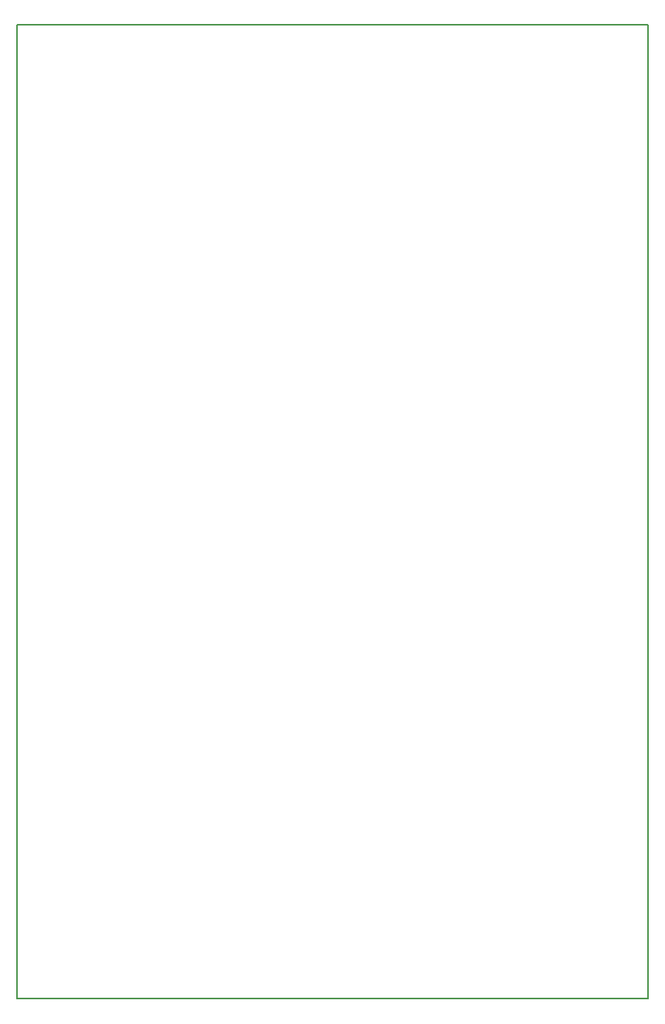
<source format=gbr>
%TF.GenerationSoftware,KiCad,Pcbnew,(6.0.11-0)*%
%TF.CreationDate,2023-04-29T13:53:27+02:00*%
%TF.ProjectId,rings,72696e67-732e-46b6-9963-61645f706362,rev?*%
%TF.SameCoordinates,Original*%
%TF.FileFunction,Profile,NP*%
%FSLAX46Y46*%
G04 Gerber Fmt 4.6, Leading zero omitted, Abs format (unit mm)*
G04 Created by KiCad (PCBNEW (6.0.11-0)) date 2023-04-29 13:53:27*
%MOMM*%
%LPD*%
G01*
G04 APERTURE LIST*
%TA.AperFunction,Profile*%
%ADD10C,0.203200*%
%TD*%
G04 APERTURE END LIST*
D10*
X113893600Y-158343600D02*
X183108600Y-158343600D01*
X183108600Y-158343600D02*
X183108600Y-51663600D01*
X183108600Y-51663600D02*
X113893600Y-51663600D01*
X113893600Y-51663600D02*
X113893600Y-158343600D01*
M02*

</source>
